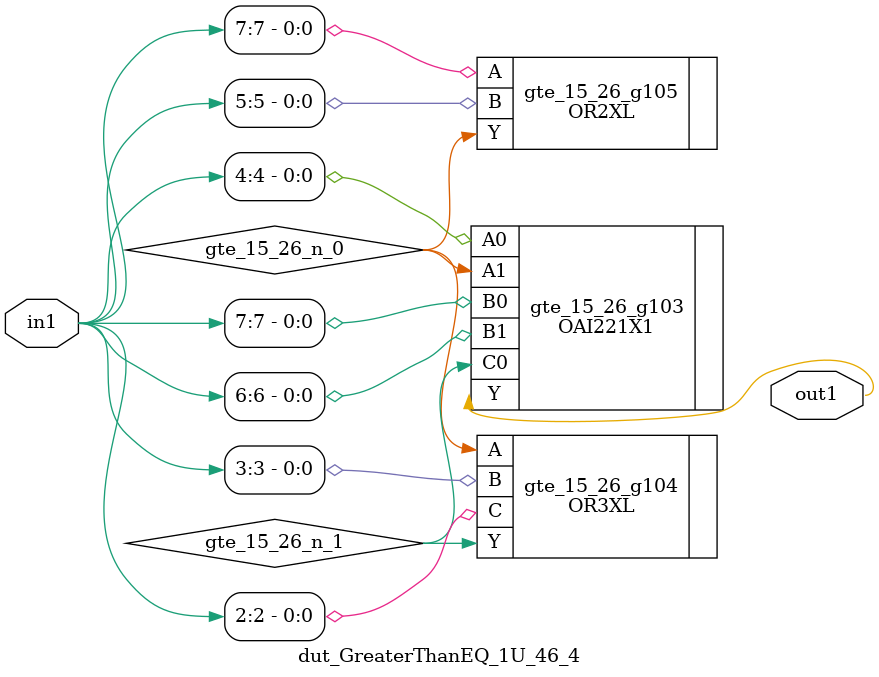
<source format=v>
`timescale 1ps / 1ps


module dut_GreaterThanEQ_1U_46_4(in1, out1);
  input [7:0] in1;
  output out1;
  wire [7:0] in1;
  wire out1;
  wire gte_15_26_n_0, gte_15_26_n_1;
  OAI221X1 gte_15_26_g103(.A0 (in1[4]), .A1 (gte_15_26_n_0), .B0
       (in1[7]), .B1 (in1[6]), .C0 (gte_15_26_n_1), .Y (out1));
  OR3XL gte_15_26_g104(.A (gte_15_26_n_0), .B (in1[3]), .C (in1[2]), .Y
       (gte_15_26_n_1));
  OR2XL gte_15_26_g105(.A (in1[7]), .B (in1[5]), .Y (gte_15_26_n_0));
endmodule



</source>
